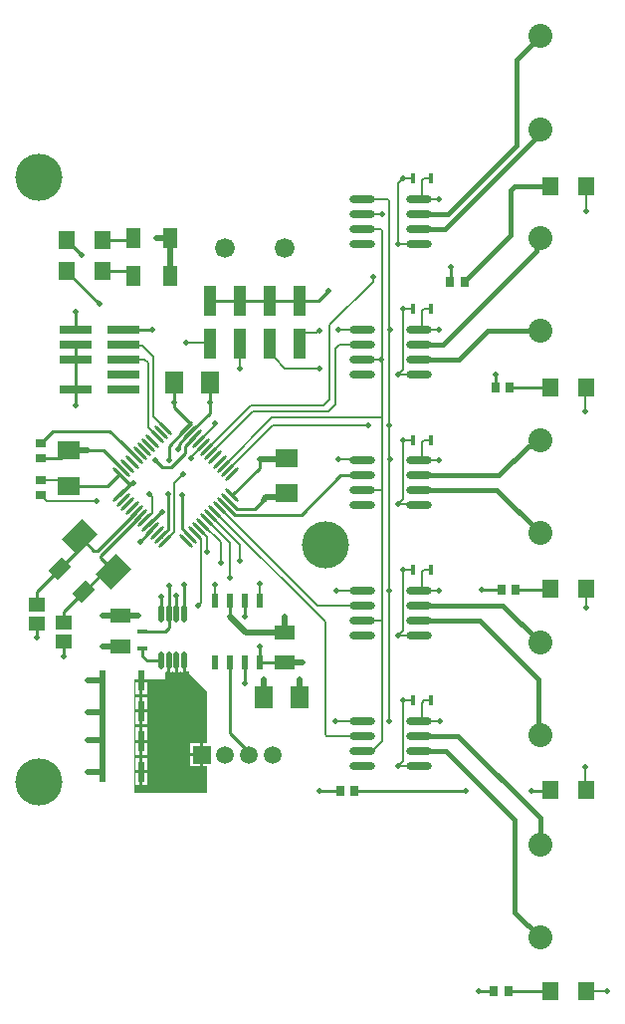
<source format=gbr>
%TF.GenerationSoftware,Altium Limited,Altium Designer,20.1.12 (249)*%
G04 Layer_Physical_Order=1*
G04 Layer_Color=255*
%FSLAX26Y26*%
%MOIN*%
%TF.SameCoordinates,D7814EA1-E16B-4454-910B-2193EC0156EE*%
%TF.FilePolarity,Positive*%
%TF.FileFunction,Copper,L1,Top,Signal*%
%TF.Part,Single*%
G01*
G75*
%TA.AperFunction,SMDPad,CuDef*%
G04:AMPARAMS|DCode=10|XSize=21.654mil|YSize=49.213mil|CornerRadius=1.949mil|HoleSize=0mil|Usage=FLASHONLY|Rotation=0.000|XOffset=0mil|YOffset=0mil|HoleType=Round|Shape=RoundedRectangle|*
%AMROUNDEDRECTD10*
21,1,0.021654,0.045315,0,0,0.0*
21,1,0.017756,0.049213,0,0,0.0*
1,1,0.003898,0.008878,-0.022657*
1,1,0.003898,-0.008878,-0.022657*
1,1,0.003898,-0.008878,0.022657*
1,1,0.003898,0.008878,0.022657*
%
%ADD10ROUNDEDRECTD10*%
%ADD11R,0.066929X0.045276*%
%ADD12R,0.031496X0.037402*%
%ADD13R,0.055118X0.059055*%
%ADD14R,0.109843X0.029134*%
%ADD15R,0.033465X0.029528*%
G04:AMPARAMS|DCode=16|XSize=74.803mil|YSize=94.488mil|CornerRadius=0mil|HoleSize=0mil|Usage=FLASHONLY|Rotation=315.000|XOffset=0mil|YOffset=0mil|HoleType=Round|Shape=Rectangle|*
%AMROTATEDRECTD16*
4,1,4,-0.059853,-0.006960,0.006960,0.059853,0.059853,0.006960,-0.006960,-0.059853,-0.059853,-0.006960,0.0*
%
%ADD16ROTATEDRECTD16*%

%ADD17R,0.057087X0.051181*%
G04:AMPARAMS|DCode=18|XSize=64.961mil|YSize=43.307mil|CornerRadius=0mil|HoleSize=0mil|Usage=FLASHONLY|Rotation=45.000|XOffset=0mil|YOffset=0mil|HoleType=Round|Shape=Rectangle|*
%AMROTATEDRECTD18*
4,1,4,-0.007656,-0.038278,-0.038278,-0.007656,0.007656,0.038278,0.038278,0.007656,-0.007656,-0.038278,0.0*
%
%ADD18ROTATEDRECTD18*%

G04:AMPARAMS|DCode=19|XSize=9.842mil|YSize=61.024mil|CornerRadius=0mil|HoleSize=0mil|Usage=FLASHONLY|Rotation=135.000|XOffset=0mil|YOffset=0mil|HoleType=Round|Shape=Round|*
%AMOVALD19*
21,1,0.051181,0.009842,0.000000,0.000000,225.0*
1,1,0.009842,0.018095,0.018095*
1,1,0.009842,-0.018095,-0.018095*
%
%ADD19OVALD19*%

G04:AMPARAMS|DCode=20|XSize=9.842mil|YSize=61.024mil|CornerRadius=0mil|HoleSize=0mil|Usage=FLASHONLY|Rotation=45.000|XOffset=0mil|YOffset=0mil|HoleType=Round|Shape=Round|*
%AMOVALD20*
21,1,0.051181,0.009842,0.000000,0.000000,135.0*
1,1,0.009842,0.018095,-0.018095*
1,1,0.009842,-0.018095,0.018095*
%
%ADD20OVALD20*%

%ADD21R,0.017716X0.033465*%
%ADD22R,0.074803X0.059055*%
%ADD23R,0.039370X0.098425*%
%ADD24R,0.059055X0.074803*%
%ADD25O,0.086614X0.023622*%
%ADD26R,0.051181X0.070866*%
%ADD27O,0.017716X0.059055*%
%ADD28R,0.033465X0.017716*%
%ADD29R,0.021654X0.070866*%
%TA.AperFunction,Conductor*%
%ADD30C,0.020000*%
%ADD31C,0.010000*%
%ADD32C,0.008000*%
%ADD33C,0.018000*%
%TA.AperFunction,ViaPad*%
%ADD34C,0.157480*%
%TA.AperFunction,ComponentPad*%
%ADD35C,0.059055*%
%ADD36R,0.059055X0.059055*%
%ADD37C,0.080000*%
%ADD38C,0.066142*%
%TA.AperFunction,ViaPad*%
%ADD39C,0.020000*%
G36*
X613386Y1161373D02*
X615744Y1161842D01*
X621982Y1166010D01*
X623116Y1167708D01*
X625000Y1167137D01*
Y1160000D01*
X685000Y1100000D01*
Y926181D01*
X671890D01*
Y886654D01*
Y847126D01*
X685000D01*
Y760000D01*
X440000D01*
X440000Y1140000D01*
X443150D01*
Y1140000D01*
X463976D01*
X484803D01*
Y1140000D01*
X545000Y1140000D01*
Y1162993D01*
X546736Y1163921D01*
X549847Y1161842D01*
X552205Y1161373D01*
Y1200276D01*
X562205D01*
Y1161373D01*
X564563Y1161842D01*
X570000Y1165475D01*
X575437Y1161842D01*
X577795Y1161373D01*
Y1200276D01*
X587795D01*
Y1161373D01*
X590153Y1161842D01*
X595591Y1165475D01*
X601028Y1161842D01*
X603386Y1161373D01*
Y1200276D01*
X613386D01*
Y1161373D01*
D02*
G37*
%LPC*%
G36*
X484803Y1130000D02*
X468976D01*
Y1089567D01*
X484803D01*
Y1130000D01*
D02*
G37*
G36*
X458976D02*
X443150D01*
Y1089567D01*
X458976D01*
Y1130000D01*
D02*
G37*
G36*
X484803Y1078766D02*
X468976D01*
Y1038333D01*
X484803D01*
Y1078766D01*
D02*
G37*
G36*
X458976D02*
X443150D01*
Y1038333D01*
X458976D01*
Y1078766D01*
D02*
G37*
G36*
X484803Y1028333D02*
X468976D01*
Y987900D01*
X484803D01*
Y1028333D01*
D02*
G37*
G36*
X458976D02*
X443150D01*
Y987900D01*
X458976D01*
Y1028333D01*
D02*
G37*
G36*
X484803Y977100D02*
X468976D01*
Y936667D01*
X484803D01*
Y977100D01*
D02*
G37*
G36*
X458976D02*
X443150D01*
Y936667D01*
X458976D01*
Y977100D01*
D02*
G37*
G36*
X661890Y926181D02*
X627362D01*
Y891654D01*
X661890D01*
Y926181D01*
D02*
G37*
G36*
X484803Y926667D02*
X468976D01*
Y886234D01*
X484803D01*
Y926667D01*
D02*
G37*
G36*
X458976D02*
X443150D01*
Y886234D01*
X458976D01*
Y926667D01*
D02*
G37*
G36*
X661890Y881654D02*
X627362D01*
Y847126D01*
X661890D01*
Y881654D01*
D02*
G37*
G36*
X484803Y875433D02*
X468976D01*
Y835000D01*
X484803D01*
Y875433D01*
D02*
G37*
G36*
X458976D02*
X443150D01*
Y835000D01*
X458976D01*
Y875433D01*
D02*
G37*
G36*
X484803Y825000D02*
X468976D01*
Y784567D01*
X484803D01*
Y825000D01*
D02*
G37*
G36*
X458976D02*
X443150D01*
Y784567D01*
X458976D01*
Y825000D01*
D02*
G37*
%LPD*%
D10*
X860000Y1403347D02*
D03*
X810000D02*
D03*
X760000D02*
D03*
X710000D02*
D03*
X860000Y1196654D02*
D03*
X810000D02*
D03*
X760000D02*
D03*
X710000D02*
D03*
D11*
X945000Y1193819D02*
D03*
Y1296181D02*
D03*
X395000Y1248819D02*
D03*
Y1351181D02*
D03*
D12*
X1179606Y765000D02*
D03*
X1130394D02*
D03*
X1547431Y2470000D02*
D03*
X1498218D02*
D03*
X1699606Y2115000D02*
D03*
X1650394D02*
D03*
X1719606Y1440000D02*
D03*
X1670394D02*
D03*
X1694606Y95000D02*
D03*
X1645394D02*
D03*
D13*
X1835945Y2790000D02*
D03*
X1954055D02*
D03*
X1835945Y2116596D02*
D03*
X1954055D02*
D03*
X1835945Y1443192D02*
D03*
X1954055D02*
D03*
X1835945Y769788D02*
D03*
X1954055D02*
D03*
X1835945Y96385D02*
D03*
X1954055D02*
D03*
X334055Y2610000D02*
D03*
X215945D02*
D03*
X334055Y2505000D02*
D03*
X215945D02*
D03*
D14*
X244882Y2309183D02*
D03*
Y2259183D02*
D03*
Y2209183D02*
D03*
Y2109183D02*
D03*
X405118Y2309183D02*
D03*
Y2259183D02*
D03*
Y2209183D02*
D03*
Y2159183D02*
D03*
Y2109183D02*
D03*
D15*
X127313Y1878819D02*
D03*
Y1930000D02*
D03*
X127313Y1754409D02*
D03*
Y1805591D02*
D03*
D16*
X257930Y1613565D02*
D03*
X372070Y1499426D02*
D03*
D17*
X114281Y1388921D02*
D03*
Y1325929D02*
D03*
X205000Y1328921D02*
D03*
Y1265929D02*
D03*
D18*
X191858Y1509670D02*
D03*
X271199Y1430330D02*
D03*
D19*
X391392Y1754033D02*
D03*
X405311Y1740113D02*
D03*
X419231Y1726194D02*
D03*
X433150Y1712275D02*
D03*
X447069Y1698355D02*
D03*
X460989Y1684436D02*
D03*
X474908Y1670516D02*
D03*
X488828Y1656597D02*
D03*
X502747Y1642678D02*
D03*
X516667Y1628758D02*
D03*
X530586Y1614839D02*
D03*
X544505Y1600919D02*
D03*
X768608Y1825022D02*
D03*
X754689Y1838941D02*
D03*
X740769Y1852861D02*
D03*
X726850Y1866780D02*
D03*
X712930Y1880700D02*
D03*
X699011Y1894619D02*
D03*
X685092Y1908539D02*
D03*
X671172Y1922458D02*
D03*
X657253Y1936377D02*
D03*
X643333Y1950297D02*
D03*
X629414Y1964216D02*
D03*
X615495Y1978136D02*
D03*
D20*
Y1600919D02*
D03*
X629414Y1614839D02*
D03*
X643333Y1628758D02*
D03*
X657253Y1642678D02*
D03*
X671172Y1656597D02*
D03*
X685092Y1670516D02*
D03*
X699011Y1684436D02*
D03*
X712930Y1698355D02*
D03*
X726850Y1712275D02*
D03*
X740769Y1726194D02*
D03*
X754689Y1740113D02*
D03*
X768608Y1754033D02*
D03*
X544505Y1978136D02*
D03*
X530586Y1964216D02*
D03*
X516667Y1950297D02*
D03*
X502747Y1936378D02*
D03*
X488828Y1922458D02*
D03*
X474908Y1908539D02*
D03*
X460989Y1894619D02*
D03*
X447069Y1880700D02*
D03*
X433150Y1866780D02*
D03*
X419231Y1852861D02*
D03*
X405311Y1838941D02*
D03*
X391392Y1825022D02*
D03*
D21*
X1434528Y1505000D02*
D03*
X1375473D02*
D03*
Y1940000D02*
D03*
X1434528D02*
D03*
Y1066900D02*
D03*
X1375473D02*
D03*
X1434528Y2815000D02*
D03*
X1375473D02*
D03*
Y2380000D02*
D03*
X1434528D02*
D03*
D22*
X220000Y1904055D02*
D03*
Y1785945D02*
D03*
X950000Y1760945D02*
D03*
Y1879055D02*
D03*
D23*
X795000Y2261152D02*
D03*
Y2406821D02*
D03*
X695000Y2261152D02*
D03*
Y2406821D02*
D03*
X895000D02*
D03*
X995000D02*
D03*
X895000Y2261152D02*
D03*
X995000D02*
D03*
D24*
X875945Y1080000D02*
D03*
X994055D02*
D03*
X575945Y2131821D02*
D03*
X694055D02*
D03*
D25*
X1394488Y1286250D02*
D03*
Y1336250D02*
D03*
Y1386250D02*
D03*
Y1436250D02*
D03*
X1205512Y1286250D02*
D03*
Y1336250D02*
D03*
Y1386250D02*
D03*
Y1436250D02*
D03*
Y1872500D02*
D03*
Y1822500D02*
D03*
Y1772500D02*
D03*
Y1722500D02*
D03*
X1394488Y1872500D02*
D03*
Y1822500D02*
D03*
Y1772500D02*
D03*
Y1722500D02*
D03*
Y850000D02*
D03*
Y900000D02*
D03*
Y950000D02*
D03*
Y1000000D02*
D03*
X1205512Y850000D02*
D03*
Y900000D02*
D03*
Y950000D02*
D03*
Y1000000D02*
D03*
X1394488Y2595000D02*
D03*
Y2645000D02*
D03*
Y2695000D02*
D03*
Y2745000D02*
D03*
X1205512Y2595000D02*
D03*
Y2645000D02*
D03*
Y2695000D02*
D03*
Y2745000D02*
D03*
Y2308750D02*
D03*
Y2258750D02*
D03*
Y2208750D02*
D03*
Y2158750D02*
D03*
X1394488Y2308750D02*
D03*
Y2258750D02*
D03*
Y2208750D02*
D03*
Y2158750D02*
D03*
D26*
X561024Y2490000D02*
D03*
X438976D02*
D03*
X561024Y2615000D02*
D03*
X438976D02*
D03*
D27*
X608386Y1359724D02*
D03*
X582795D02*
D03*
X557205D02*
D03*
X531614D02*
D03*
X608386Y1200276D02*
D03*
X582795D02*
D03*
X557205D02*
D03*
X531614D02*
D03*
D28*
X469439Y1240473D02*
D03*
Y1299528D02*
D03*
D29*
X463976Y931667D02*
D03*
X336024D02*
D03*
X463976Y1033333D02*
D03*
X336024D02*
D03*
X463976Y830000D02*
D03*
X336024D02*
D03*
X463976Y1135000D02*
D03*
X336024D02*
D03*
D30*
X813819Y1296181D02*
X945000D01*
X760000Y1350000D02*
X813819Y1296181D01*
X220945Y1905000D02*
X285000D01*
X515000Y2615000D02*
X561024D01*
Y2490000D02*
Y2615000D01*
X936654Y1747598D02*
X950000Y1760945D01*
X882598Y1747598D02*
X936654D01*
X875000Y1740000D02*
X882598Y1747598D01*
X860000Y1875000D02*
X945945D01*
X950000Y1879055D01*
X875945Y1080000D02*
Y1139055D01*
X875000Y1140000D02*
X875945Y1139055D01*
X994055Y1080000D02*
X995000Y1080945D01*
Y1140000D01*
X945000Y1193819D02*
X946181Y1195000D01*
X1005000D01*
X945000Y1296181D02*
Y1350000D01*
X336181Y1351181D02*
X453819D01*
X335591Y1249409D02*
X336181Y1248819D01*
X395000D01*
X335591Y1351772D02*
X336181Y1351181D01*
X453819D02*
X454409Y1350591D01*
X285000Y830000D02*
X336024D01*
X285000Y830000D02*
X285000Y830000D01*
Y935000D02*
X336024D01*
X285000Y935000D02*
X285000Y935000D01*
Y1030000D02*
X336024D01*
X285000Y1030000D02*
X285000Y1030000D01*
X285000Y1135000D02*
X285000Y1135000D01*
X336024D01*
Y1033333D02*
Y1135000D01*
Y931667D02*
Y1033333D01*
Y830000D02*
Y931667D01*
D31*
X860000Y1196654D02*
X942165D01*
X945000Y1193819D01*
X405118Y2309183D02*
X405526Y2309592D01*
X499592D01*
X500000Y2310000D01*
X514698Y1870000D02*
X515000D01*
X512349Y1872349D02*
X514698Y1870000D01*
X535288Y1849713D02*
X565928D01*
X515000Y1870000D02*
X535288Y1849713D01*
X610313Y1894097D02*
Y1917277D01*
X643333Y1950297D01*
X565928Y1849713D02*
X610313Y1894097D01*
X575000Y2130876D02*
X575945Y2131821D01*
X575000Y2065000D02*
Y2130876D01*
X615495Y1978136D02*
X629999Y1992640D01*
Y1992751D01*
X575000Y2047749D02*
X629999Y1992751D01*
X575000Y2047749D02*
Y2065000D01*
X694055Y2131821D02*
X695000Y2130876D01*
Y2065000D02*
Y2130876D01*
Y2029802D02*
Y2065000D01*
X629414Y1964216D02*
X695000Y2029802D01*
X768608Y1754033D02*
Y1754033D01*
X860000Y1845425D01*
Y1875000D01*
X784802Y1710000D02*
X845000D01*
X875000Y1740000D01*
X754689Y1740113D02*
X754689D01*
X784802Y1710000D01*
X220000Y1785945D02*
X220945Y1785000D01*
X391392Y1825022D02*
X391392D01*
X351370Y1785000D02*
X391392Y1825022D01*
X220945Y1785000D02*
X351370D01*
X339253Y1905000D02*
X405311Y1838941D01*
X285000Y1905000D02*
X339253D01*
X431407Y1795961D02*
X436620D01*
X434707Y1794048D02*
X436620Y1795961D01*
X420453D02*
X436620D01*
X391392Y1825022D02*
X420453Y1795961D01*
X431407Y1794048D02*
X434707D01*
X391392Y1754033D02*
X431407Y1794048D01*
X600000Y1644253D02*
X629414Y1614839D01*
X600000Y1644253D02*
Y1755000D01*
X556000Y1640253D02*
Y1759000D01*
X530586Y1614839D02*
X556000Y1640253D01*
X555000Y1760000D02*
X556000Y1759000D01*
X760000Y960000D02*
Y1196654D01*
X824370Y886654D02*
Y895630D01*
X760000Y960000D02*
X824370Y895630D01*
X1500000Y2471782D02*
Y2520000D01*
X1498218Y2470000D02*
X1500000Y2471782D01*
X776963Y1690000D02*
X1000000D01*
X740769Y1726194D02*
X776963Y1690000D01*
X1831156Y765000D02*
X1835945Y769788D01*
X1770000Y765000D02*
X1831156D01*
X1179606D02*
X1550000D01*
X1694606Y95000D02*
X1834560D01*
X1835945Y96385D01*
X1595000Y95000D02*
X1645394D01*
X1060000Y765000D02*
X1130394D01*
X1605000Y1440000D02*
X1670394D01*
X1719606D02*
X1832753D01*
X1835945Y1443192D01*
X1699606Y2115000D02*
X1834349D01*
X1835945Y2116596D01*
X1650000Y2115394D02*
X1650394Y2115000D01*
X1650000Y2115394D02*
Y2160000D01*
X995000Y2406821D02*
X1056821D01*
X895000D02*
X995000D01*
X795000D02*
X895000D01*
X695000D02*
X795000D01*
X1056821D02*
X1090000Y2440000D01*
X220000Y1904055D02*
X220945Y1905000D01*
X128494Y1880000D02*
X195945D01*
X127313Y1878819D02*
X128494Y1880000D01*
X195945D02*
X220000Y1904055D01*
X127313Y1930000D02*
X167313Y1970000D01*
X629414Y1614839D02*
Y1614839D01*
X334055Y2505000D02*
X423976D01*
X438976Y2490000D01*
X334055Y2610000D02*
X433976D01*
X438976Y2615000D01*
X1132500Y1822500D02*
X1205512D01*
X1000000Y1690000D02*
X1132500Y1822500D01*
X215945Y2608032D02*
Y2610000D01*
Y2608032D02*
X263976Y2560000D01*
X265000D01*
X215945Y2503032D02*
Y2505000D01*
Y2503032D02*
X323976Y2395000D01*
X325000D01*
X167313Y1970000D02*
X357769D01*
X397043Y1930726D02*
Y1930726D01*
X357769Y1970000D02*
X397043Y1930726D01*
Y1930726D02*
X447069Y1880700D01*
X205000Y1215000D02*
Y1265929D01*
X114281Y1325929D02*
X115000Y1325210D01*
Y1280000D02*
Y1325210D01*
X205000Y1328921D02*
Y1364131D01*
X271199Y1430330D01*
X114281Y1388921D02*
Y1432094D01*
X191858Y1509670D01*
Y1509670D01*
X340294Y1499426D02*
X372070D01*
X271199Y1430330D02*
X340294Y1499426D01*
X257930Y1575743D02*
Y1613565D01*
X191858Y1509670D02*
X257930Y1575743D01*
X530404Y1414597D02*
X531009Y1413991D01*
Y1360330D02*
Y1413991D01*
Y1360330D02*
X531614Y1359724D01*
X557205D02*
Y1452795D01*
X608386Y1359724D02*
Y1455000D01*
X582795Y1359724D02*
Y1417795D01*
X484724Y1200276D02*
X531614D01*
X469439Y1215561D02*
X484724Y1200276D01*
X469439Y1215561D02*
Y1240473D01*
X544528Y1299528D02*
X557205Y1312205D01*
Y1359724D01*
X469439Y1299528D02*
X544528D01*
X768608Y1754033D02*
X768765Y1753876D01*
X768876D01*
X502712Y1642678D02*
X502747D01*
X460035Y1600000D02*
X502712Y1642678D01*
X460000Y1600000D02*
X460035D01*
X488828Y1656597D02*
X488939D01*
X532342Y1700000D01*
X535000D01*
X405311Y1838941D02*
Y1839053D01*
X557230Y1919871D02*
X615495Y1978136D01*
X557230Y1870713D02*
Y1919871D01*
X591227Y1926029D02*
X629414Y1964216D01*
X591227Y1910975D02*
Y1926029D01*
X589313Y1909062D02*
X591227Y1910975D01*
X760000Y1350000D02*
Y1403347D01*
X860000Y1196654D02*
Y1250000D01*
X810000Y1350000D02*
Y1403347D01*
Y1125000D02*
Y1196654D01*
X372070Y1499426D02*
Y1502071D01*
X329490Y1552937D02*
X460989Y1684436D01*
X329490Y1544651D02*
X372070Y1502071D01*
X329490Y1544651D02*
Y1552937D01*
X257930Y1613565D02*
X261435D01*
X305000Y1570000D01*
X318714D01*
X447069Y1698355D01*
X244882Y2259183D02*
X245000Y2259065D01*
X244882Y2369065D02*
X245000Y2369183D01*
X244882Y2309183D02*
Y2369065D01*
X245000Y2054183D02*
Y2259065D01*
D32*
X1325000Y2595000D02*
Y2798887D01*
X1340000Y2813887D01*
Y2815000D01*
X1325000Y2595000D02*
X1394488D01*
X1340000Y2175640D02*
Y2380000D01*
X1324527Y2160168D02*
X1340000Y2175640D01*
X1324527Y2160000D02*
Y2160168D01*
X1340000Y1740640D02*
Y1940000D01*
X1324527Y1725168D02*
X1340000Y1740640D01*
X1324527Y1725000D02*
Y1725168D01*
X1340000Y1300640D02*
Y1505000D01*
X1324527Y1285168D02*
X1340000Y1300640D01*
X1324527Y1285000D02*
Y1285168D01*
X1340000Y865640D02*
Y1066900D01*
X1324527Y850168D02*
X1340000Y865640D01*
X1324527Y850000D02*
Y850168D01*
X655000Y1385000D02*
Y1385686D01*
X665000Y1395686D01*
Y1606593D01*
X643333Y1628259D02*
Y1628758D01*
Y1628259D02*
X665000Y1606593D01*
X685092Y1670516D02*
X760000Y1595608D01*
Y1480000D02*
Y1595608D01*
X699011Y1684436D02*
X795000Y1588447D01*
X148691Y1735000D02*
X315000D01*
X129281Y1754409D02*
X148691Y1735000D01*
X474908Y1670516D02*
X500000Y1695608D01*
X490000Y1759314D02*
X500000Y1749314D01*
Y1695608D02*
Y1749314D01*
X490000Y1759314D02*
Y1760000D01*
X575000Y1795000D02*
X605000Y1825000D01*
X539895Y1596309D02*
X575000Y1631414D01*
Y1795000D01*
X905747Y1990000D02*
X1225000D01*
X754689Y1838941D02*
X905747Y1990000D01*
X539895Y1596309D02*
Y1596309D01*
X1119427Y1436250D02*
X1205512D01*
X1954055Y1443192D02*
X1955000Y1442247D01*
Y1380000D02*
Y1442247D01*
X730000Y1530000D02*
Y1597769D01*
X671172Y1656597D02*
X730000Y1597769D01*
X795000Y1535000D02*
Y1588447D01*
X712930Y1698355D02*
X1080000Y1331286D01*
X726850Y1712275D02*
X1054125Y1385000D01*
X1205512D01*
X1080000Y954686D02*
Y1331286D01*
X1954055Y96385D02*
X1955440Y95000D01*
X2025000D01*
X1950000Y773844D02*
X1954055Y769788D01*
X1950000Y773844D02*
Y845000D01*
X685000Y1565000D02*
Y1614432D01*
X657253Y1642179D02*
X685000Y1614432D01*
X657253Y1642179D02*
Y1642678D01*
X1950000Y2112541D02*
X1954055Y2116596D01*
X1950000Y2035000D02*
Y2112541D01*
X1955000Y2705000D02*
Y2789055D01*
X1954055Y2790000D02*
X1955000Y2789055D01*
X795000Y2180000D02*
Y2261152D01*
X691152Y2265000D02*
X695000Y2261152D01*
X615000Y2265000D02*
X691152D01*
X895000Y2261152D02*
X910685Y2245467D01*
X945000Y2180000D02*
X1060000D01*
X910685Y2214315D02*
Y2245467D01*
Y2214315D02*
X945000Y2180000D01*
X1270000Y2015000D02*
Y2210000D01*
X995000Y2261152D02*
Y2284315D01*
X1010685Y2300000D01*
X1051753D01*
X1056753Y2305000D01*
X1060000D01*
X1127000Y2308750D02*
X1205512D01*
X1125355Y2307105D02*
X1127000Y2308750D01*
X127313Y1754409D02*
X129281D01*
X127313Y1805591D02*
X200354D01*
X220000Y1785945D01*
X831553Y2055000D02*
X1075000D01*
X1095000Y2075000D02*
Y2325000D01*
X1075000Y2055000D02*
X1095000Y2075000D01*
X685092Y1908539D02*
X831553Y2055000D01*
X1095000Y2325000D02*
X1239944Y2469944D01*
Y2484944D02*
X1240000Y2485000D01*
X1239944Y2469944D02*
Y2484944D01*
X1205512Y2695000D02*
X1270000D01*
X839392Y2035000D02*
X1090000D01*
X1115000Y2060000D02*
Y2245000D01*
X1090000Y2035000D02*
X1115000Y2060000D01*
X1128750Y2258750D02*
X1205512D01*
X1115000Y2245000D02*
X1128750Y2258750D01*
X699011Y1894619D02*
X839392Y2035000D01*
X467353Y2256883D02*
X505000Y2219236D01*
Y2017641D02*
Y2219236D01*
X405118Y2259183D02*
X407418Y2256883D01*
X467353D01*
X505000Y2017641D02*
X544505Y1978136D01*
X1084686Y950000D02*
X1205512D01*
X1080000Y954686D02*
X1084686Y950000D01*
X1394488Y2748100D02*
X1397784D01*
X1394488Y2313100D02*
X1397784D01*
X1394488Y1873100D02*
X1397784D01*
X1394488Y1438100D02*
X1397784D01*
Y1873100D02*
X1461705D01*
X405118Y2209183D02*
X475314D01*
X486606Y1980357D02*
X516667Y1950297D01*
X486606Y1980357D02*
Y2197891D01*
X475314Y2209183D02*
X486606Y2197891D01*
X707704Y1992704D02*
X710000Y1995000D01*
X707704Y1986829D02*
Y1992704D01*
X657253Y1936377D02*
X707704Y1986829D01*
X671172Y1921959D02*
Y1922458D01*
X630000Y1880787D02*
X671172Y1921959D01*
X630000Y1880000D02*
Y1880787D01*
X710000Y1403347D02*
Y1455000D01*
X860000Y1403347D02*
Y1460000D01*
X1295000Y1990000D02*
Y2310000D01*
Y1875000D02*
Y1990000D01*
X1270000Y1770000D02*
Y2015000D01*
X740769Y1852861D02*
X902908Y2015000D01*
X1270000D01*
Y1335000D02*
Y1770000D01*
Y932992D02*
Y1335000D01*
X1205512Y1336250D02*
X1268750D01*
X1270000Y1335000D01*
X1205512Y2208750D02*
X1268750D01*
X1270000Y2210000D01*
X1205512Y1772500D02*
X1267500D01*
X1270000Y1770000D01*
Y2210000D02*
Y2640314D01*
X1295000Y2310000D02*
X1296875D01*
X1295000Y1875000D02*
X1296562D01*
X1295000Y1435000D02*
Y1875000D01*
Y1000000D02*
Y1435000D01*
X1204262Y1873750D02*
X1205512Y1872500D01*
X1126250Y1873750D02*
X1204262D01*
X1125000Y1875000D02*
X1126250Y1873750D01*
X1295000Y2310000D02*
Y2740000D01*
X1237008Y900000D02*
X1270000Y932992D01*
X1205512Y2645000D02*
X1265314D01*
X1270000Y2640314D01*
X1205512Y900000D02*
X1237008D01*
X1115000Y1000000D02*
X1205512D01*
Y2745000D02*
X1290000D01*
X1295000Y2740000D01*
X1394488Y2745000D02*
X1461705D01*
X1394488Y2308750D02*
X1461705D01*
X1394488Y1436250D02*
X1461705D01*
X1394488Y1000000D02*
X1397784D01*
X1465000D01*
X1324527Y2160000D02*
X1360000D01*
X1324527Y1725000D02*
X1360000D01*
X1324527Y1285000D02*
X1360000D01*
X1324527Y850000D02*
X1360000D01*
X1340000Y1066900D02*
X1375473D01*
X1340000Y1505000D02*
X1375473D01*
X1340000Y1940000D02*
X1375473D01*
X1340000Y2380000D02*
X1375473D01*
X1340000Y2815000D02*
X1375473D01*
X1405000Y2808100D02*
X1411900Y2815000D01*
X1434528D01*
X1405000Y2755317D02*
Y2808100D01*
X1397784Y2748100D02*
X1405000Y2755317D01*
Y2373100D02*
X1411900Y2380000D01*
X1434528D01*
X1405000Y2320317D02*
Y2373100D01*
X1397784Y2313100D02*
X1405000Y2320317D01*
Y1933100D02*
X1411900Y1940000D01*
X1434528D01*
X1405000Y1880317D02*
Y1933100D01*
X1397784Y1873100D02*
X1405000Y1880317D01*
Y1498100D02*
X1411900Y1505000D01*
X1434528D01*
X1405000Y1445317D02*
Y1498100D01*
X1397784Y1438100D02*
X1405000Y1445317D01*
X1397784Y1000000D02*
X1405000Y1007216D01*
Y1060000D01*
X1411900Y1066900D02*
X1434528D01*
X1405000Y1060000D02*
X1411900Y1066900D01*
D33*
X1394488Y2258750D02*
X1473750D01*
X1788137Y2573137D01*
Y2602910D01*
X1800000Y2614774D01*
X1715000Y360000D02*
Y669456D01*
X1800000Y275000D02*
Y275000D01*
X1715000Y360000D02*
X1800000Y275000D01*
X1623750Y2303750D02*
X1800000D01*
X1394488Y2208750D02*
X1528750D01*
X1623750Y2303750D01*
X1720000Y3211024D02*
X1800000Y3291024D01*
X1720000Y2925000D02*
Y3211024D01*
X1490000Y2695000D02*
X1720000Y2925000D01*
X1715000Y2790000D02*
X1835945D01*
X1700000Y2775000D02*
X1715000Y2790000D01*
X1700000Y2625522D02*
Y2775000D01*
X1547431Y2470000D02*
Y2472953D01*
X1700000Y2625522D01*
X1675000Y2840000D02*
Y2840000D01*
X1800000Y2965000D02*
Y2980000D01*
X1675000Y2840000D02*
X1800000Y2965000D01*
X1480000Y2645000D02*
X1675000Y2840000D01*
X1394488Y2645000D02*
X1480000D01*
X1394488Y2695000D02*
X1490000D01*
X1598750Y1336250D02*
X1794999Y1140001D01*
Y956251D02*
Y1140001D01*
X1394488Y1336250D02*
X1598750D01*
X1484456Y900000D02*
X1715000Y669456D01*
X1394488Y900000D02*
X1484456D01*
X1395564Y948924D02*
X1526076D01*
X1800000Y586024D02*
Y675000D01*
X1526076Y948924D02*
X1800000Y675000D01*
X1394488Y950000D02*
X1395564Y948924D01*
X1794999Y956251D02*
X1800000Y951250D01*
X1394488Y1386250D02*
X1676024D01*
X1800000Y1262274D01*
X1394488Y1822500D02*
X1662500D01*
X1783223Y1938524D02*
X1800000D01*
X1764585Y1919886D02*
X1783223Y1938524D01*
X1759886Y1919886D02*
X1764585D01*
X1662500Y1822500D02*
X1759886Y1919886D01*
X1394488Y1772500D02*
X1655000D01*
X1800000Y1627500D01*
D34*
X1080000Y1590000D02*
D03*
X120000Y795000D02*
D03*
Y2820000D02*
D03*
D35*
X824370Y886654D02*
D03*
X745630D02*
D03*
X903110D02*
D03*
D36*
X666890D02*
D03*
D37*
X1800000Y1262274D02*
D03*
Y951250D02*
D03*
Y1938524D02*
D03*
Y1627500D02*
D03*
Y2614774D02*
D03*
Y2303750D02*
D03*
Y3291024D02*
D03*
Y2980000D02*
D03*
Y586024D02*
D03*
Y275000D02*
D03*
D38*
X745000Y2582018D02*
D03*
X945000D02*
D03*
D39*
X500000Y2310000D02*
D03*
X512349Y1872349D02*
D03*
X575000Y2065000D02*
D03*
X695000D02*
D03*
X1325000Y2595000D02*
D03*
X655000Y1385000D02*
D03*
X436620Y1795961D02*
D03*
X315000Y1735000D02*
D03*
X490000Y1760000D02*
D03*
X555000D02*
D03*
X1119427Y1436250D02*
D03*
X1500000Y2520000D02*
D03*
X1955000Y1380000D02*
D03*
X730000Y1530000D02*
D03*
X760000Y1480000D02*
D03*
X605000Y1825000D02*
D03*
X2025000Y95000D02*
D03*
X1950000Y845000D02*
D03*
X685000Y1565000D02*
D03*
X1950000Y2035000D02*
D03*
X1955000Y2705000D02*
D03*
X795000Y1535000D02*
D03*
X1770000Y765000D02*
D03*
X1550000D02*
D03*
X1595000Y95000D02*
D03*
X1060000Y765000D02*
D03*
X1605000Y1440000D02*
D03*
X1650000Y2160000D02*
D03*
X795000Y2180000D02*
D03*
X615000Y2265000D02*
D03*
X1268750Y2208750D02*
D03*
X1060000Y2180000D02*
D03*
X1125355Y2307105D02*
D03*
X1060000Y2305000D02*
D03*
X1090000Y2440000D02*
D03*
X600000Y1755000D02*
D03*
X1270000Y2695000D02*
D03*
X1240000Y2485000D02*
D03*
X515000Y2615000D02*
D03*
X265000Y2560000D02*
D03*
X325000Y2395000D02*
D03*
X205000Y1215000D02*
D03*
X115000Y1280000D02*
D03*
X285000Y1905000D02*
D03*
X875000Y1740000D02*
D03*
X860000Y1875000D02*
D03*
X875000Y1140000D02*
D03*
X995000D02*
D03*
X1005000Y1195000D02*
D03*
X945000Y1350000D02*
D03*
X335591Y1249409D02*
D03*
Y1351772D02*
D03*
X454409Y1350591D02*
D03*
X530404Y1414597D02*
D03*
X608386Y1455000D02*
D03*
X557205Y1452795D02*
D03*
X582795Y1417795D02*
D03*
X285000Y830000D02*
D03*
Y935000D02*
D03*
Y1030000D02*
D03*
Y1135000D02*
D03*
X460000Y1600000D02*
D03*
X535000Y1700000D02*
D03*
X557230Y1870713D02*
D03*
X589313Y1909062D02*
D03*
X710000Y1995000D02*
D03*
X630000Y1880000D02*
D03*
X710000Y1455000D02*
D03*
X860000Y1460000D02*
D03*
X760000Y1350000D02*
D03*
X860000Y1250000D02*
D03*
X810000Y1350000D02*
D03*
Y1125000D02*
D03*
X245000Y2054183D02*
D03*
Y2369183D02*
D03*
X1295000Y1990000D02*
D03*
X1225000D02*
D03*
X1296875Y2310000D02*
D03*
X1295000Y1435000D02*
D03*
X1296562Y1875000D02*
D03*
X1125000D02*
D03*
X1115000Y1000000D02*
D03*
X1295000D02*
D03*
X1461705Y2745000D02*
D03*
Y2308750D02*
D03*
Y1873100D02*
D03*
Y1436250D02*
D03*
X1465000Y1000000D02*
D03*
X1324527Y2160000D02*
D03*
Y1725000D02*
D03*
Y1285000D02*
D03*
Y850000D02*
D03*
X1340000Y1066900D02*
D03*
Y1505000D02*
D03*
Y1940000D02*
D03*
Y2380000D02*
D03*
Y2815000D02*
D03*
%TF.MD5,22b5cff4b133ad1cd25aa10af721fdf9*%
M02*

</source>
